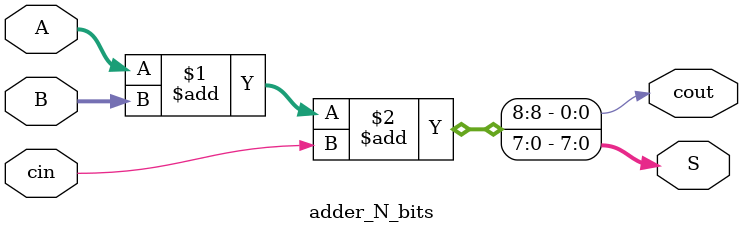
<source format=v>
module adder_N_bits #(parameter N=8)
	(input [N-1:0] A,B,
	input cin,
	output [N-1:0] S,
	output cout);
	
	assign {cout,S} = A + B + cin;
	
endmodule
</source>
